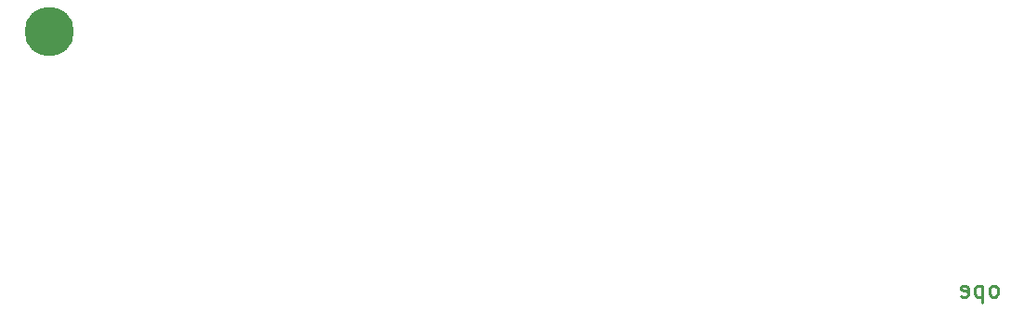
<source format=gbr>
G04 #@! TF.GenerationSoftware,KiCad,Pcbnew,(5.1.10-1-10_14)*
G04 #@! TF.CreationDate,2021-08-20T11:59:54-05:00*
G04 #@! TF.ProjectId,PCB-Keychains,5043422d-4b65-4796-9368-61696e732e6b,rev?*
G04 #@! TF.SameCoordinates,Original*
G04 #@! TF.FileFunction,Copper,L2,Bot*
G04 #@! TF.FilePolarity,Positive*
%FSLAX46Y46*%
G04 Gerber Fmt 4.6, Leading zero omitted, Abs format (unit mm)*
G04 Created by KiCad (PCBNEW (5.1.10-1-10_14)) date 2021-08-20 11:59:54*
%MOMM*%
%LPD*%
G01*
G04 APERTURE LIST*
G04 #@! TA.AperFunction,NonConductor*
%ADD10C,0.250000*%
G04 #@! TD*
G04 #@! TA.AperFunction,ComponentPad*
%ADD11C,4.500000*%
G04 #@! TD*
G04 APERTURE END LIST*
D10*
X98869821Y-159814821D02*
X99012678Y-159743392D01*
X99084107Y-159671964D01*
X99155535Y-159529107D01*
X99155535Y-159100535D01*
X99084107Y-158957678D01*
X99012678Y-158886250D01*
X98869821Y-158814821D01*
X98655535Y-158814821D01*
X98512678Y-158886250D01*
X98441250Y-158957678D01*
X98369821Y-159100535D01*
X98369821Y-159529107D01*
X98441250Y-159671964D01*
X98512678Y-159743392D01*
X98655535Y-159814821D01*
X98869821Y-159814821D01*
X97726964Y-158814821D02*
X97726964Y-160314821D01*
X97726964Y-158886250D02*
X97584107Y-158814821D01*
X97298392Y-158814821D01*
X97155535Y-158886250D01*
X97084107Y-158957678D01*
X97012678Y-159100535D01*
X97012678Y-159529107D01*
X97084107Y-159671964D01*
X97155535Y-159743392D01*
X97298392Y-159814821D01*
X97584107Y-159814821D01*
X97726964Y-159743392D01*
X95798392Y-159743392D02*
X95941250Y-159814821D01*
X96226964Y-159814821D01*
X96369821Y-159743392D01*
X96441250Y-159600535D01*
X96441250Y-159029107D01*
X96369821Y-158886250D01*
X96226964Y-158814821D01*
X95941250Y-158814821D01*
X95798392Y-158886250D01*
X95726964Y-159029107D01*
X95726964Y-159171964D01*
X96441250Y-159314821D01*
D11*
X12691250Y-135636250D03*
M02*

</source>
